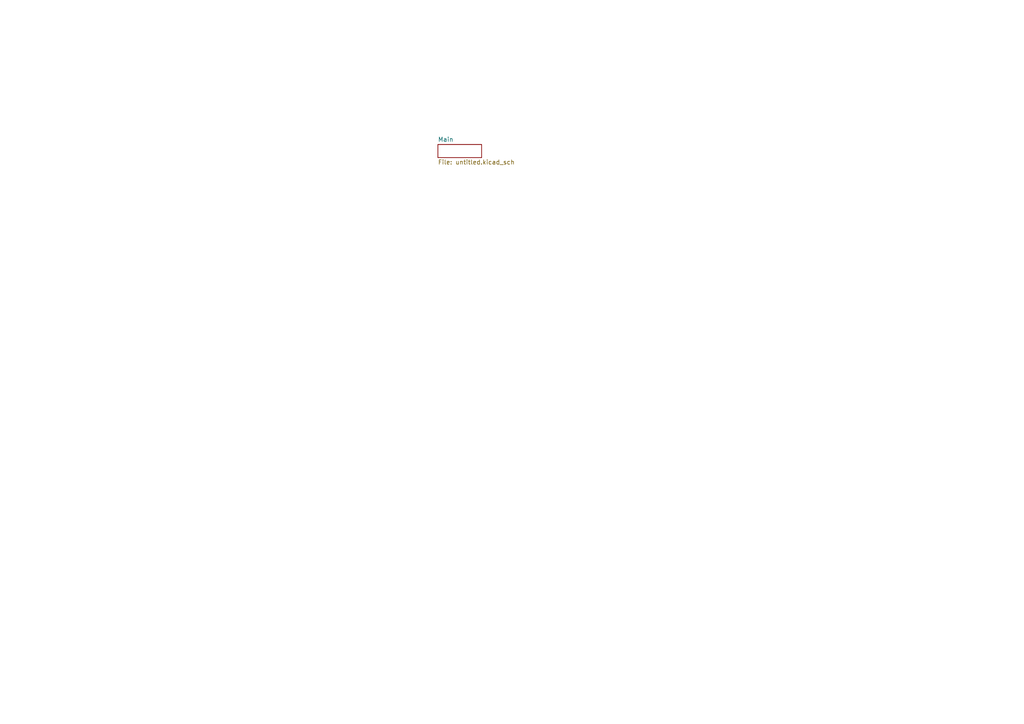
<source format=kicad_sch>
(kicad_sch
	(version 20231120)
	(generator "eeschema")
	(generator_version "8.0")
	(uuid "8fbc96cc-cf54-4fa5-83d4-0f95112702b8")
	(paper "A4")
	(title_block
		(title "Arduino_Basic_Shield_PWR")
		(rev "Rev 0.1")
	)
	(lib_symbols)
	(sheet
		(at 127 41.91)
		(size 12.7 3.81)
		(fields_autoplaced yes)
		(stroke
			(width 0.1524)
			(type solid)
		)
		(fill
			(color 0 0 0 0.0000)
		)
		(uuid "cf55f48b-8ccf-407f-b483-1430c88cf7ba")
		(property "Sheetname" "Main"
			(at 127 41.1984 0)
			(effects
				(font
					(size 1.27 1.27)
				)
				(justify left bottom)
			)
		)
		(property "Sheetfile" "untitled.kicad_sch"
			(at 127 46.3046 0)
			(effects
				(font
					(size 1.27 1.27)
				)
				(justify left top)
			)
		)
		(instances
			(project "Arduino_Basic_Shield"
				(path "/8fbc96cc-cf54-4fa5-83d4-0f95112702b8"
					(page "2")
				)
			)
		)
	)
	(sheet_instances
		(path "/"
			(page "1")
		)
	)
)

</source>
